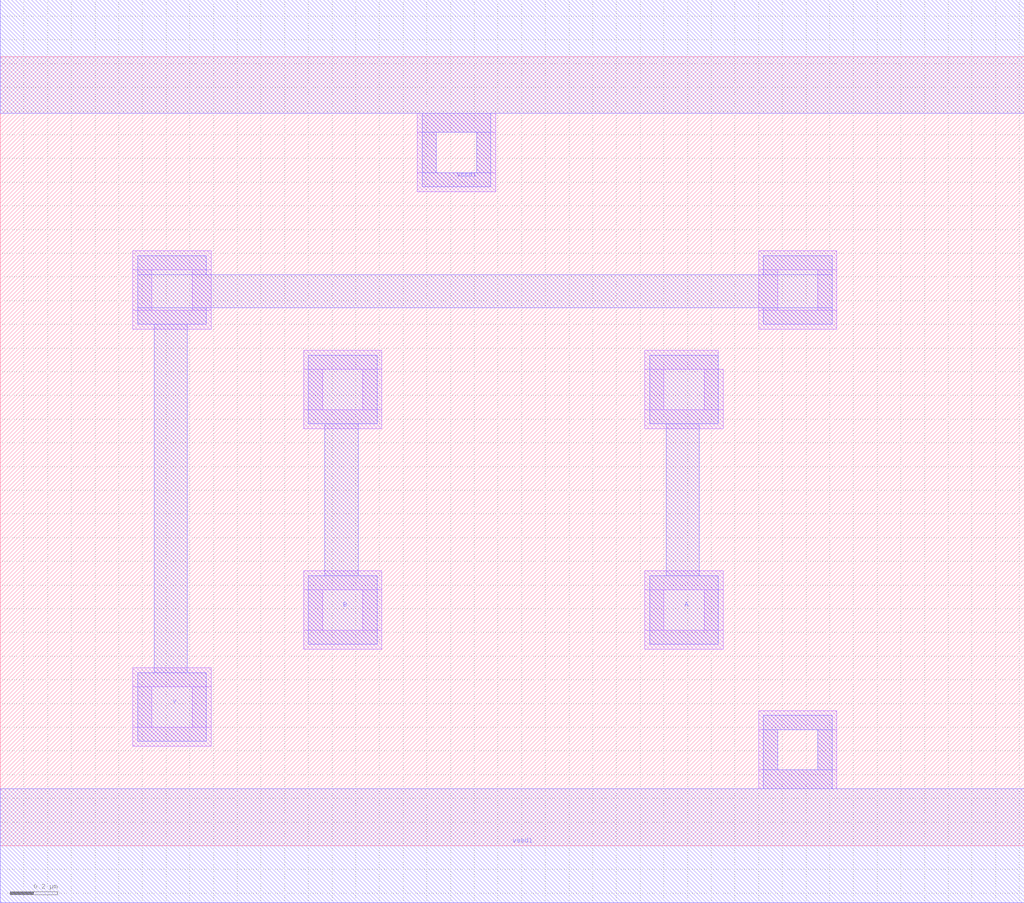
<source format=lef>
VERSION 5.7 ;
  NOWIREEXTENSIONATPIN ON ;
  DIVIDERCHAR "/" ;
  BUSBITCHARS "[]" ;
MACRO NAND2X1
  CLASS CORE ;
  FOREIGN NAND2X1 ;
  ORIGIN 0.000 0.000 ;
  SIZE 4.320 BY 3.330 ;
  SYMMETRY X Y R90 ;
  SITE unit ;
  PIN vccd1
    DIRECTION INOUT ;
    USE POWER ;
    SHAPE ABUTMENT ;
    PORT
      LAYER met1 ;
        RECT 0.000 3.090 4.320 3.570 ;
        RECT 1.780 3.010 2.070 3.090 ;
        RECT 1.780 2.840 1.840 3.010 ;
        RECT 2.010 2.840 2.070 3.010 ;
        RECT 1.780 2.780 2.070 2.840 ;
    END
  END vccd1
  PIN vssd1
    DIRECTION INOUT ;
    USE GROUND ;
    SHAPE ABUTMENT ;
    PORT
      LAYER met1 ;
        RECT 3.220 0.490 3.510 0.550 ;
        RECT 3.220 0.320 3.280 0.490 ;
        RECT 3.450 0.320 3.510 0.490 ;
        RECT 3.220 0.240 3.510 0.320 ;
        RECT 0.000 -0.240 4.320 0.240 ;
    END
  END vssd1
  PIN Y
    DIRECTION INOUT ;
    USE SIGNAL ;
    SHAPE ABUTMENT ;
    PORT
      LAYER met1 ;
        RECT 0.580 2.410 0.870 2.490 ;
        RECT 3.220 2.410 3.510 2.490 ;
        RECT 0.580 2.270 3.510 2.410 ;
        RECT 0.580 2.200 0.870 2.270 ;
        RECT 3.220 2.200 3.510 2.270 ;
        RECT 0.650 0.730 0.790 2.200 ;
        RECT 0.580 0.440 0.870 0.730 ;
    END
  END Y
  PIN A
    DIRECTION INOUT ;
    USE SIGNAL ;
    SHAPE ABUTMENT ;
    PORT
      LAYER met1 ;
        RECT 2.740 1.780 3.030 2.070 ;
        RECT 2.810 1.140 2.950 1.780 ;
        RECT 2.740 0.850 3.030 1.140 ;
    END
  END A
  PIN B
    DIRECTION INOUT ;
    USE SIGNAL ;
    SHAPE ABUTMENT ;
    PORT
      LAYER met1 ;
        RECT 1.300 1.780 1.590 2.070 ;
        RECT 1.370 1.140 1.510 1.780 ;
        RECT 1.300 0.850 1.590 1.140 ;
    END
  END B
  OBS
      LAYER li1 ;
        RECT 1.760 3.010 2.090 3.090 ;
        RECT 1.760 2.840 1.840 3.010 ;
        RECT 2.010 2.840 2.090 3.010 ;
        RECT 1.760 2.760 2.090 2.840 ;
        RECT 0.560 2.430 0.890 2.510 ;
        RECT 0.560 2.260 0.640 2.430 ;
        RECT 0.810 2.260 0.890 2.430 ;
        RECT 0.560 2.180 0.890 2.260 ;
        RECT 3.200 2.430 3.530 2.510 ;
        RECT 3.200 2.260 3.280 2.430 ;
        RECT 3.450 2.260 3.530 2.430 ;
        RECT 3.200 2.180 3.530 2.260 ;
        RECT 1.280 2.010 1.610 2.090 ;
        RECT 1.280 1.840 1.360 2.010 ;
        RECT 1.530 1.840 1.610 2.010 ;
        RECT 1.280 1.760 1.610 1.840 ;
        RECT 2.720 2.010 3.030 2.090 ;
        RECT 2.720 1.840 2.800 2.010 ;
        RECT 2.970 1.840 3.050 2.010 ;
        RECT 2.720 1.760 3.050 1.840 ;
        RECT 1.280 1.080 1.610 1.160 ;
        RECT 1.280 0.910 1.360 1.080 ;
        RECT 1.530 0.910 1.610 1.080 ;
        RECT 1.280 0.830 1.610 0.910 ;
        RECT 2.720 1.080 3.050 1.160 ;
        RECT 2.720 0.910 2.800 1.080 ;
        RECT 2.970 0.910 3.050 1.080 ;
        RECT 2.720 0.830 3.050 0.910 ;
        RECT 0.560 0.670 0.890 0.750 ;
        RECT 0.560 0.500 0.640 0.670 ;
        RECT 0.810 0.500 0.890 0.670 ;
        RECT 0.560 0.420 0.890 0.500 ;
        RECT 3.200 0.490 3.530 0.570 ;
        RECT 3.200 0.320 3.280 0.490 ;
        RECT 3.450 0.320 3.530 0.490 ;
        RECT 3.200 0.240 3.530 0.320 ;
  END
END NAND2X1
END LIBRARY


</source>
